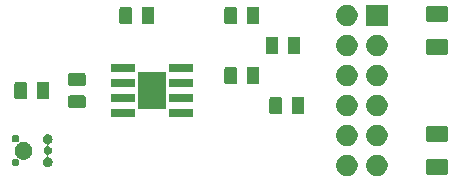
<source format=gbr>
G04 #@! TF.GenerationSoftware,KiCad,Pcbnew,(5.1.5-0-10_14)*
G04 #@! TF.CreationDate,2020-03-10T20:52:17-05:00*
G04 #@! TF.ProjectId,Sensors,53656e73-6f72-4732-9e6b-696361645f70,rev?*
G04 #@! TF.SameCoordinates,Original*
G04 #@! TF.FileFunction,Soldermask,Top*
G04 #@! TF.FilePolarity,Negative*
%FSLAX46Y46*%
G04 Gerber Fmt 4.6, Leading zero omitted, Abs format (unit mm)*
G04 Created by KiCad (PCBNEW (5.1.5-0-10_14)) date 2020-03-10 20:52:17*
%MOMM*%
%LPD*%
G04 APERTURE LIST*
%ADD10C,0.010000*%
%ADD11C,0.100000*%
G04 APERTURE END LIST*
D10*
G36*
X126244000Y-93422000D02*
G01*
X126318424Y-93418100D01*
X126392033Y-93406441D01*
X126464020Y-93387152D01*
X126533596Y-93360444D01*
X126600000Y-93326610D01*
X126662503Y-93286020D01*
X126720421Y-93239119D01*
X126773119Y-93186421D01*
X126820020Y-93128503D01*
X126860610Y-93066000D01*
X126894444Y-92999596D01*
X126921152Y-92930020D01*
X126940441Y-92858033D01*
X126952100Y-92784424D01*
X126956000Y-92710000D01*
X126952100Y-92635576D01*
X126940441Y-92561967D01*
X126921152Y-92489980D01*
X126894444Y-92420404D01*
X126860610Y-92354000D01*
X126820020Y-92291497D01*
X126773119Y-92233579D01*
X126720421Y-92180881D01*
X126662503Y-92133980D01*
X126600000Y-92093390D01*
X126533596Y-92059556D01*
X126464020Y-92032848D01*
X126392033Y-92013559D01*
X126318424Y-92001900D01*
X126244000Y-91998000D01*
X126169576Y-92001900D01*
X126095967Y-92013559D01*
X126023980Y-92032848D01*
X125954404Y-92059556D01*
X125888000Y-92093390D01*
X125825497Y-92133980D01*
X125767579Y-92180881D01*
X125714881Y-92233579D01*
X125667980Y-92291497D01*
X125627390Y-92354000D01*
X125593556Y-92420404D01*
X125566848Y-92489980D01*
X125547559Y-92561967D01*
X125535900Y-92635576D01*
X125532000Y-92710000D01*
X125535900Y-92784424D01*
X125547559Y-92858033D01*
X125566848Y-92930020D01*
X125593556Y-92999596D01*
X125627390Y-93066000D01*
X125667980Y-93128503D01*
X125714881Y-93186421D01*
X125767579Y-93239119D01*
X125825497Y-93286020D01*
X125888000Y-93326610D01*
X125954404Y-93360444D01*
X126023980Y-93387152D01*
X126095967Y-93406441D01*
X126169576Y-93418100D01*
X126244000Y-93422000D01*
X126244000Y-93015000D01*
X126275881Y-93013329D01*
X126307413Y-93008335D01*
X126338250Y-93000072D01*
X126368055Y-92988631D01*
X126396500Y-92974138D01*
X126423275Y-92956750D01*
X126448085Y-92936659D01*
X126470659Y-92914085D01*
X126490750Y-92889275D01*
X126508138Y-92862500D01*
X126522631Y-92834055D01*
X126534072Y-92804250D01*
X126542335Y-92773413D01*
X126547329Y-92741881D01*
X126549000Y-92710000D01*
X126547329Y-92678119D01*
X126542335Y-92646587D01*
X126534072Y-92615750D01*
X126522631Y-92585945D01*
X126508138Y-92557500D01*
X126490750Y-92530725D01*
X126470659Y-92505915D01*
X126448085Y-92483341D01*
X126423275Y-92463250D01*
X126396500Y-92445862D01*
X126368055Y-92431369D01*
X126338250Y-92419928D01*
X126307413Y-92411665D01*
X126275881Y-92406671D01*
X126244000Y-92405000D01*
X126275881Y-92406671D01*
X126307413Y-92411665D01*
X126338250Y-92419928D01*
X126368055Y-92431369D01*
X126396500Y-92445862D01*
X126423275Y-92463250D01*
X126448085Y-92483341D01*
X126470659Y-92505915D01*
X126490750Y-92530725D01*
X126508138Y-92557500D01*
X126522631Y-92585945D01*
X126534072Y-92615750D01*
X126542335Y-92646587D01*
X126547329Y-92678119D01*
X126549000Y-92710000D01*
X126547329Y-92741881D01*
X126542335Y-92773413D01*
X126534072Y-92804250D01*
X126522631Y-92834055D01*
X126508138Y-92862500D01*
X126490750Y-92889275D01*
X126470659Y-92914085D01*
X126448085Y-92936659D01*
X126423275Y-92956750D01*
X126396500Y-92974138D01*
X126368055Y-92988631D01*
X126338250Y-93000072D01*
X126307413Y-93008335D01*
X126275881Y-93013329D01*
X126244000Y-93015000D01*
X126244000Y-93422000D01*
G37*
X126244000Y-93422000D02*
X126318424Y-93418100D01*
X126392033Y-93406441D01*
X126464020Y-93387152D01*
X126533596Y-93360444D01*
X126600000Y-93326610D01*
X126662503Y-93286020D01*
X126720421Y-93239119D01*
X126773119Y-93186421D01*
X126820020Y-93128503D01*
X126860610Y-93066000D01*
X126894444Y-92999596D01*
X126921152Y-92930020D01*
X126940441Y-92858033D01*
X126952100Y-92784424D01*
X126956000Y-92710000D01*
X126952100Y-92635576D01*
X126940441Y-92561967D01*
X126921152Y-92489980D01*
X126894444Y-92420404D01*
X126860610Y-92354000D01*
X126820020Y-92291497D01*
X126773119Y-92233579D01*
X126720421Y-92180881D01*
X126662503Y-92133980D01*
X126600000Y-92093390D01*
X126533596Y-92059556D01*
X126464020Y-92032848D01*
X126392033Y-92013559D01*
X126318424Y-92001900D01*
X126244000Y-91998000D01*
X126169576Y-92001900D01*
X126095967Y-92013559D01*
X126023980Y-92032848D01*
X125954404Y-92059556D01*
X125888000Y-92093390D01*
X125825497Y-92133980D01*
X125767579Y-92180881D01*
X125714881Y-92233579D01*
X125667980Y-92291497D01*
X125627390Y-92354000D01*
X125593556Y-92420404D01*
X125566848Y-92489980D01*
X125547559Y-92561967D01*
X125535900Y-92635576D01*
X125532000Y-92710000D01*
X125535900Y-92784424D01*
X125547559Y-92858033D01*
X125566848Y-92930020D01*
X125593556Y-92999596D01*
X125627390Y-93066000D01*
X125667980Y-93128503D01*
X125714881Y-93186421D01*
X125767579Y-93239119D01*
X125825497Y-93286020D01*
X125888000Y-93326610D01*
X125954404Y-93360444D01*
X126023980Y-93387152D01*
X126095967Y-93406441D01*
X126169576Y-93418100D01*
X126244000Y-93422000D01*
X126244000Y-93015000D01*
X126275881Y-93013329D01*
X126307413Y-93008335D01*
X126338250Y-93000072D01*
X126368055Y-92988631D01*
X126396500Y-92974138D01*
X126423275Y-92956750D01*
X126448085Y-92936659D01*
X126470659Y-92914085D01*
X126490750Y-92889275D01*
X126508138Y-92862500D01*
X126522631Y-92834055D01*
X126534072Y-92804250D01*
X126542335Y-92773413D01*
X126547329Y-92741881D01*
X126549000Y-92710000D01*
X126547329Y-92678119D01*
X126542335Y-92646587D01*
X126534072Y-92615750D01*
X126522631Y-92585945D01*
X126508138Y-92557500D01*
X126490750Y-92530725D01*
X126470659Y-92505915D01*
X126448085Y-92483341D01*
X126423275Y-92463250D01*
X126396500Y-92445862D01*
X126368055Y-92431369D01*
X126338250Y-92419928D01*
X126307413Y-92411665D01*
X126275881Y-92406671D01*
X126244000Y-92405000D01*
X126275881Y-92406671D01*
X126307413Y-92411665D01*
X126338250Y-92419928D01*
X126368055Y-92431369D01*
X126396500Y-92445862D01*
X126423275Y-92463250D01*
X126448085Y-92483341D01*
X126470659Y-92505915D01*
X126490750Y-92530725D01*
X126508138Y-92557500D01*
X126522631Y-92585945D01*
X126534072Y-92615750D01*
X126542335Y-92646587D01*
X126547329Y-92678119D01*
X126549000Y-92710000D01*
X126547329Y-92741881D01*
X126542335Y-92773413D01*
X126534072Y-92804250D01*
X126522631Y-92834055D01*
X126508138Y-92862500D01*
X126490750Y-92889275D01*
X126470659Y-92914085D01*
X126448085Y-92936659D01*
X126423275Y-92956750D01*
X126396500Y-92974138D01*
X126368055Y-92988631D01*
X126338250Y-93000072D01*
X126307413Y-93008335D01*
X126275881Y-93013329D01*
X126244000Y-93015000D01*
X126244000Y-93422000D01*
D11*
G36*
X156323512Y-93083927D02*
G01*
X156472812Y-93113624D01*
X156636784Y-93181544D01*
X156784354Y-93280147D01*
X156909853Y-93405646D01*
X157008456Y-93553216D01*
X157076376Y-93717188D01*
X157111000Y-93891259D01*
X157111000Y-94068741D01*
X157076376Y-94242812D01*
X157008456Y-94406784D01*
X156909853Y-94554354D01*
X156784354Y-94679853D01*
X156636784Y-94778456D01*
X156472812Y-94846376D01*
X156323512Y-94876073D01*
X156298742Y-94881000D01*
X156121258Y-94881000D01*
X156096488Y-94876073D01*
X155947188Y-94846376D01*
X155783216Y-94778456D01*
X155635646Y-94679853D01*
X155510147Y-94554354D01*
X155411544Y-94406784D01*
X155343624Y-94242812D01*
X155309000Y-94068741D01*
X155309000Y-93891259D01*
X155343624Y-93717188D01*
X155411544Y-93553216D01*
X155510147Y-93405646D01*
X155635646Y-93280147D01*
X155783216Y-93181544D01*
X155947188Y-93113624D01*
X156096488Y-93083927D01*
X156121258Y-93079000D01*
X156298742Y-93079000D01*
X156323512Y-93083927D01*
G37*
G36*
X153783512Y-93083927D02*
G01*
X153932812Y-93113624D01*
X154096784Y-93181544D01*
X154244354Y-93280147D01*
X154369853Y-93405646D01*
X154468456Y-93553216D01*
X154536376Y-93717188D01*
X154571000Y-93891259D01*
X154571000Y-94068741D01*
X154536376Y-94242812D01*
X154468456Y-94406784D01*
X154369853Y-94554354D01*
X154244354Y-94679853D01*
X154096784Y-94778456D01*
X153932812Y-94846376D01*
X153783512Y-94876073D01*
X153758742Y-94881000D01*
X153581258Y-94881000D01*
X153556488Y-94876073D01*
X153407188Y-94846376D01*
X153243216Y-94778456D01*
X153095646Y-94679853D01*
X152970147Y-94554354D01*
X152871544Y-94406784D01*
X152803624Y-94242812D01*
X152769000Y-94068741D01*
X152769000Y-93891259D01*
X152803624Y-93717188D01*
X152871544Y-93553216D01*
X152970147Y-93405646D01*
X153095646Y-93280147D01*
X153243216Y-93181544D01*
X153407188Y-93113624D01*
X153556488Y-93083927D01*
X153581258Y-93079000D01*
X153758742Y-93079000D01*
X153783512Y-93083927D01*
G37*
G36*
X162058604Y-93438347D02*
G01*
X162095144Y-93449432D01*
X162128821Y-93467433D01*
X162158341Y-93491659D01*
X162182567Y-93521179D01*
X162200568Y-93554856D01*
X162211653Y-93591396D01*
X162216000Y-93635538D01*
X162216000Y-94584462D01*
X162211653Y-94628604D01*
X162200568Y-94665144D01*
X162182567Y-94698821D01*
X162158341Y-94728341D01*
X162128821Y-94752567D01*
X162095144Y-94770568D01*
X162058604Y-94781653D01*
X162014462Y-94786000D01*
X160565538Y-94786000D01*
X160521396Y-94781653D01*
X160484856Y-94770568D01*
X160451179Y-94752567D01*
X160421659Y-94728341D01*
X160397433Y-94698821D01*
X160379432Y-94665144D01*
X160368347Y-94628604D01*
X160364000Y-94584462D01*
X160364000Y-93635538D01*
X160368347Y-93591396D01*
X160379432Y-93554856D01*
X160397433Y-93521179D01*
X160421659Y-93491659D01*
X160451179Y-93467433D01*
X160484856Y-93449432D01*
X160521396Y-93438347D01*
X160565538Y-93434000D01*
X162014462Y-93434000D01*
X162058604Y-93438347D01*
G37*
G36*
X128467324Y-91347352D02*
G01*
X128542389Y-91378445D01*
X128609953Y-91423590D01*
X128667410Y-91481047D01*
X128712555Y-91548611D01*
X128743648Y-91623676D01*
X128759500Y-91703371D01*
X128759500Y-91784629D01*
X128743648Y-91864324D01*
X128712555Y-91939389D01*
X128667410Y-92006953D01*
X128609953Y-92064410D01*
X128542389Y-92109555D01*
X128483005Y-92134152D01*
X128469244Y-92139852D01*
X128465139Y-92141552D01*
X128443528Y-92153103D01*
X128424586Y-92168648D01*
X128409041Y-92187589D01*
X128397489Y-92209200D01*
X128390376Y-92232649D01*
X128387974Y-92257035D01*
X128390376Y-92281421D01*
X128397489Y-92304870D01*
X128409040Y-92326481D01*
X128424585Y-92345423D01*
X128443526Y-92360968D01*
X128465137Y-92372520D01*
X128516103Y-92393631D01*
X128574574Y-92432700D01*
X128624300Y-92482426D01*
X128663279Y-92540763D01*
X128663370Y-92540899D01*
X128690281Y-92605868D01*
X128704000Y-92674837D01*
X128704000Y-92745163D01*
X128690281Y-92814132D01*
X128668810Y-92865968D01*
X128663369Y-92879103D01*
X128624300Y-92937574D01*
X128574574Y-92987300D01*
X128516103Y-93026369D01*
X128465137Y-93047480D01*
X128443527Y-93059031D01*
X128424585Y-93074577D01*
X128409040Y-93093519D01*
X128397489Y-93115129D01*
X128390376Y-93138578D01*
X128387974Y-93162965D01*
X128390376Y-93187351D01*
X128397489Y-93210800D01*
X128409040Y-93232410D01*
X128424586Y-93251352D01*
X128443528Y-93266897D01*
X128465139Y-93278448D01*
X128467321Y-93279352D01*
X128467322Y-93279352D01*
X128483005Y-93285848D01*
X128542389Y-93310445D01*
X128609953Y-93355590D01*
X128667410Y-93413047D01*
X128712555Y-93480611D01*
X128743648Y-93555676D01*
X128759500Y-93635371D01*
X128759500Y-93716629D01*
X128743648Y-93796324D01*
X128712555Y-93871389D01*
X128667410Y-93938953D01*
X128609953Y-93996410D01*
X128542389Y-94041555D01*
X128467324Y-94072648D01*
X128387629Y-94088500D01*
X128306371Y-94088500D01*
X128226676Y-94072648D01*
X128151611Y-94041555D01*
X128084047Y-93996410D01*
X128026590Y-93938953D01*
X127981445Y-93871389D01*
X127950352Y-93796324D01*
X127934500Y-93716629D01*
X127934500Y-93635371D01*
X127950352Y-93555676D01*
X127981445Y-93480611D01*
X128026590Y-93413047D01*
X128084047Y-93355590D01*
X128151611Y-93310445D01*
X128210995Y-93285848D01*
X128226678Y-93279352D01*
X128226679Y-93279352D01*
X128228861Y-93278448D01*
X128250472Y-93266897D01*
X128269414Y-93251352D01*
X128284959Y-93232411D01*
X128296511Y-93210800D01*
X128303624Y-93187351D01*
X128306026Y-93162965D01*
X128303624Y-93138579D01*
X128296511Y-93115130D01*
X128284960Y-93093519D01*
X128269415Y-93074577D01*
X128250474Y-93059032D01*
X128228863Y-93047480D01*
X128177897Y-93026369D01*
X128119426Y-92987300D01*
X128069700Y-92937574D01*
X128030631Y-92879103D01*
X128025190Y-92865968D01*
X128003719Y-92814132D01*
X127990000Y-92745163D01*
X127990000Y-92674837D01*
X128003719Y-92605868D01*
X128030630Y-92540899D01*
X128030721Y-92540763D01*
X128069700Y-92482426D01*
X128119426Y-92432700D01*
X128177897Y-92393631D01*
X128228863Y-92372520D01*
X128250473Y-92360969D01*
X128269415Y-92345423D01*
X128284960Y-92326481D01*
X128296511Y-92304871D01*
X128303624Y-92281422D01*
X128306026Y-92257035D01*
X128303624Y-92232649D01*
X128296511Y-92209200D01*
X128284960Y-92187590D01*
X128269414Y-92168648D01*
X128250472Y-92153103D01*
X128228861Y-92141552D01*
X128224757Y-92139852D01*
X128210995Y-92134152D01*
X128151611Y-92109555D01*
X128084047Y-92064410D01*
X128026590Y-92006953D01*
X127981445Y-91939389D01*
X127950352Y-91864324D01*
X127934500Y-91784629D01*
X127934500Y-91703371D01*
X127950352Y-91623676D01*
X127981445Y-91548611D01*
X128026590Y-91481047D01*
X128084047Y-91423590D01*
X128151611Y-91378445D01*
X128226676Y-91347352D01*
X128306371Y-91331500D01*
X128387629Y-91331500D01*
X128467324Y-91347352D01*
G37*
G36*
X125706838Y-93405758D02*
G01*
X125706840Y-93405759D01*
X125706841Y-93405759D01*
X125767261Y-93430786D01*
X125821637Y-93467119D01*
X125867881Y-93513363D01*
X125904214Y-93567739D01*
X125929242Y-93628162D01*
X125942000Y-93692300D01*
X125942000Y-93757700D01*
X125934318Y-93796322D01*
X125929241Y-93821841D01*
X125904214Y-93882261D01*
X125867881Y-93936637D01*
X125821637Y-93982881D01*
X125767261Y-94019214D01*
X125706841Y-94044241D01*
X125706840Y-94044241D01*
X125706838Y-94044242D01*
X125642700Y-94057000D01*
X125577300Y-94057000D01*
X125513162Y-94044242D01*
X125513160Y-94044241D01*
X125513159Y-94044241D01*
X125452739Y-94019214D01*
X125398363Y-93982881D01*
X125352119Y-93936637D01*
X125315786Y-93882261D01*
X125290759Y-93821841D01*
X125285683Y-93796322D01*
X125278000Y-93757700D01*
X125278000Y-93692300D01*
X125290758Y-93628162D01*
X125315786Y-93567739D01*
X125352119Y-93513363D01*
X125398363Y-93467119D01*
X125452739Y-93430786D01*
X125513159Y-93405759D01*
X125513160Y-93405759D01*
X125513162Y-93405758D01*
X125577300Y-93393000D01*
X125642700Y-93393000D01*
X125706838Y-93405758D01*
G37*
G36*
X126295337Y-92540763D02*
G01*
X126327367Y-92554030D01*
X126356194Y-92573292D01*
X126380708Y-92597806D01*
X126399970Y-92626633D01*
X126413237Y-92658663D01*
X126420000Y-92692665D01*
X126420000Y-92727335D01*
X126413237Y-92761337D01*
X126399970Y-92793367D01*
X126380708Y-92822194D01*
X126356194Y-92846708D01*
X126327367Y-92865970D01*
X126295337Y-92879237D01*
X126261335Y-92886000D01*
X126226665Y-92886000D01*
X126192663Y-92879237D01*
X126160633Y-92865970D01*
X126131806Y-92846708D01*
X126107292Y-92822194D01*
X126088030Y-92793367D01*
X126074763Y-92761337D01*
X126068000Y-92727335D01*
X126068000Y-92692665D01*
X126074763Y-92658663D01*
X126088030Y-92626633D01*
X126107292Y-92597806D01*
X126131806Y-92573292D01*
X126160633Y-92554030D01*
X126192663Y-92540763D01*
X126226665Y-92534000D01*
X126261335Y-92534000D01*
X126295337Y-92540763D01*
G37*
G36*
X156323512Y-90543927D02*
G01*
X156472812Y-90573624D01*
X156636784Y-90641544D01*
X156784354Y-90740147D01*
X156909853Y-90865646D01*
X157008456Y-91013216D01*
X157076376Y-91177188D01*
X157111000Y-91351259D01*
X157111000Y-91528741D01*
X157076376Y-91702812D01*
X157008456Y-91866784D01*
X156909853Y-92014354D01*
X156784354Y-92139853D01*
X156636784Y-92238456D01*
X156472812Y-92306376D01*
X156323512Y-92336073D01*
X156298742Y-92341000D01*
X156121258Y-92341000D01*
X156096488Y-92336073D01*
X155947188Y-92306376D01*
X155783216Y-92238456D01*
X155635646Y-92139853D01*
X155510147Y-92014354D01*
X155411544Y-91866784D01*
X155343624Y-91702812D01*
X155309000Y-91528741D01*
X155309000Y-91351259D01*
X155343624Y-91177188D01*
X155411544Y-91013216D01*
X155510147Y-90865646D01*
X155635646Y-90740147D01*
X155783216Y-90641544D01*
X155947188Y-90573624D01*
X156096488Y-90543927D01*
X156121258Y-90539000D01*
X156298742Y-90539000D01*
X156323512Y-90543927D01*
G37*
G36*
X153783512Y-90543927D02*
G01*
X153932812Y-90573624D01*
X154096784Y-90641544D01*
X154244354Y-90740147D01*
X154369853Y-90865646D01*
X154468456Y-91013216D01*
X154536376Y-91177188D01*
X154571000Y-91351259D01*
X154571000Y-91528741D01*
X154536376Y-91702812D01*
X154468456Y-91866784D01*
X154369853Y-92014354D01*
X154244354Y-92139853D01*
X154096784Y-92238456D01*
X153932812Y-92306376D01*
X153783512Y-92336073D01*
X153758742Y-92341000D01*
X153581258Y-92341000D01*
X153556488Y-92336073D01*
X153407188Y-92306376D01*
X153243216Y-92238456D01*
X153095646Y-92139853D01*
X152970147Y-92014354D01*
X152871544Y-91866784D01*
X152803624Y-91702812D01*
X152769000Y-91528741D01*
X152769000Y-91351259D01*
X152803624Y-91177188D01*
X152871544Y-91013216D01*
X152970147Y-90865646D01*
X153095646Y-90740147D01*
X153243216Y-90641544D01*
X153407188Y-90573624D01*
X153556488Y-90543927D01*
X153581258Y-90539000D01*
X153758742Y-90539000D01*
X153783512Y-90543927D01*
G37*
G36*
X125706838Y-91375758D02*
G01*
X125706840Y-91375759D01*
X125706841Y-91375759D01*
X125713330Y-91378447D01*
X125767261Y-91400786D01*
X125821637Y-91437119D01*
X125867881Y-91483363D01*
X125904214Y-91537739D01*
X125929242Y-91598162D01*
X125942000Y-91662300D01*
X125942000Y-91727700D01*
X125933914Y-91768352D01*
X125929241Y-91791841D01*
X125904214Y-91852261D01*
X125867881Y-91906637D01*
X125821637Y-91952881D01*
X125767261Y-91989214D01*
X125706841Y-92014241D01*
X125706840Y-92014241D01*
X125706838Y-92014242D01*
X125642700Y-92027000D01*
X125577300Y-92027000D01*
X125513162Y-92014242D01*
X125513160Y-92014241D01*
X125513159Y-92014241D01*
X125452739Y-91989214D01*
X125398363Y-91952881D01*
X125352119Y-91906637D01*
X125315786Y-91852261D01*
X125290759Y-91791841D01*
X125286087Y-91768352D01*
X125278000Y-91727700D01*
X125278000Y-91662300D01*
X125290758Y-91598162D01*
X125315786Y-91537739D01*
X125352119Y-91483363D01*
X125398363Y-91437119D01*
X125452739Y-91400786D01*
X125506670Y-91378447D01*
X125513159Y-91375759D01*
X125513160Y-91375759D01*
X125513162Y-91375758D01*
X125577300Y-91363000D01*
X125642700Y-91363000D01*
X125706838Y-91375758D01*
G37*
G36*
X162058604Y-90638347D02*
G01*
X162095144Y-90649432D01*
X162128821Y-90667433D01*
X162158341Y-90691659D01*
X162182567Y-90721179D01*
X162200568Y-90754856D01*
X162211653Y-90791396D01*
X162216000Y-90835538D01*
X162216000Y-91784462D01*
X162211653Y-91828604D01*
X162200568Y-91865144D01*
X162182567Y-91898821D01*
X162158341Y-91928341D01*
X162128821Y-91952567D01*
X162095144Y-91970568D01*
X162058604Y-91981653D01*
X162014462Y-91986000D01*
X160565538Y-91986000D01*
X160521396Y-91981653D01*
X160484856Y-91970568D01*
X160451179Y-91952567D01*
X160421659Y-91928341D01*
X160397433Y-91898821D01*
X160379432Y-91865144D01*
X160368347Y-91828604D01*
X160364000Y-91784462D01*
X160364000Y-90835538D01*
X160368347Y-90791396D01*
X160379432Y-90754856D01*
X160397433Y-90721179D01*
X160421659Y-90691659D01*
X160451179Y-90667433D01*
X160484856Y-90649432D01*
X160521396Y-90638347D01*
X160565538Y-90634000D01*
X162014462Y-90634000D01*
X162058604Y-90638347D01*
G37*
G36*
X135619928Y-89186764D02*
G01*
X135641009Y-89193160D01*
X135660445Y-89203548D01*
X135677476Y-89217524D01*
X135691452Y-89234555D01*
X135701840Y-89253991D01*
X135708236Y-89275072D01*
X135711000Y-89303140D01*
X135711000Y-89766860D01*
X135708236Y-89794928D01*
X135701840Y-89816009D01*
X135691452Y-89835445D01*
X135677476Y-89852476D01*
X135660445Y-89866452D01*
X135641009Y-89876840D01*
X135619928Y-89883236D01*
X135591860Y-89886000D01*
X133778140Y-89886000D01*
X133750072Y-89883236D01*
X133728991Y-89876840D01*
X133709555Y-89866452D01*
X133692524Y-89852476D01*
X133678548Y-89835445D01*
X133668160Y-89816009D01*
X133661764Y-89794928D01*
X133659000Y-89766860D01*
X133659000Y-89303140D01*
X133661764Y-89275072D01*
X133668160Y-89253991D01*
X133678548Y-89234555D01*
X133692524Y-89217524D01*
X133709555Y-89203548D01*
X133728991Y-89193160D01*
X133750072Y-89186764D01*
X133778140Y-89184000D01*
X135591860Y-89184000D01*
X135619928Y-89186764D01*
G37*
G36*
X140569928Y-89186764D02*
G01*
X140591009Y-89193160D01*
X140610445Y-89203548D01*
X140627476Y-89217524D01*
X140641452Y-89234555D01*
X140651840Y-89253991D01*
X140658236Y-89275072D01*
X140661000Y-89303140D01*
X140661000Y-89766860D01*
X140658236Y-89794928D01*
X140651840Y-89816009D01*
X140641452Y-89835445D01*
X140627476Y-89852476D01*
X140610445Y-89866452D01*
X140591009Y-89876840D01*
X140569928Y-89883236D01*
X140541860Y-89886000D01*
X138728140Y-89886000D01*
X138700072Y-89883236D01*
X138678991Y-89876840D01*
X138659555Y-89866452D01*
X138642524Y-89852476D01*
X138628548Y-89835445D01*
X138618160Y-89816009D01*
X138611764Y-89794928D01*
X138609000Y-89766860D01*
X138609000Y-89303140D01*
X138611764Y-89275072D01*
X138618160Y-89253991D01*
X138628548Y-89234555D01*
X138642524Y-89217524D01*
X138659555Y-89203548D01*
X138678991Y-89193160D01*
X138700072Y-89186764D01*
X138728140Y-89184000D01*
X140541860Y-89184000D01*
X140569928Y-89186764D01*
G37*
G36*
X156323512Y-88003927D02*
G01*
X156472812Y-88033624D01*
X156636784Y-88101544D01*
X156784354Y-88200147D01*
X156909853Y-88325646D01*
X157008456Y-88473216D01*
X157076376Y-88637188D01*
X157111000Y-88811259D01*
X157111000Y-88988741D01*
X157076376Y-89162812D01*
X157008456Y-89326784D01*
X156909853Y-89474354D01*
X156784354Y-89599853D01*
X156636784Y-89698456D01*
X156472812Y-89766376D01*
X156329268Y-89794928D01*
X156298742Y-89801000D01*
X156121258Y-89801000D01*
X156090732Y-89794928D01*
X155947188Y-89766376D01*
X155783216Y-89698456D01*
X155635646Y-89599853D01*
X155510147Y-89474354D01*
X155411544Y-89326784D01*
X155343624Y-89162812D01*
X155309000Y-88988741D01*
X155309000Y-88811259D01*
X155343624Y-88637188D01*
X155411544Y-88473216D01*
X155510147Y-88325646D01*
X155635646Y-88200147D01*
X155783216Y-88101544D01*
X155947188Y-88033624D01*
X156096488Y-88003927D01*
X156121258Y-87999000D01*
X156298742Y-87999000D01*
X156323512Y-88003927D01*
G37*
G36*
X153783512Y-88003927D02*
G01*
X153932812Y-88033624D01*
X154096784Y-88101544D01*
X154244354Y-88200147D01*
X154369853Y-88325646D01*
X154468456Y-88473216D01*
X154536376Y-88637188D01*
X154571000Y-88811259D01*
X154571000Y-88988741D01*
X154536376Y-89162812D01*
X154468456Y-89326784D01*
X154369853Y-89474354D01*
X154244354Y-89599853D01*
X154096784Y-89698456D01*
X153932812Y-89766376D01*
X153789268Y-89794928D01*
X153758742Y-89801000D01*
X153581258Y-89801000D01*
X153550732Y-89794928D01*
X153407188Y-89766376D01*
X153243216Y-89698456D01*
X153095646Y-89599853D01*
X152970147Y-89474354D01*
X152871544Y-89326784D01*
X152803624Y-89162812D01*
X152769000Y-88988741D01*
X152769000Y-88811259D01*
X152803624Y-88637188D01*
X152871544Y-88473216D01*
X152970147Y-88325646D01*
X153095646Y-88200147D01*
X153243216Y-88101544D01*
X153407188Y-88033624D01*
X153556488Y-88003927D01*
X153581258Y-87999000D01*
X153758742Y-87999000D01*
X153783512Y-88003927D01*
G37*
G36*
X148024468Y-88153565D02*
G01*
X148063138Y-88165296D01*
X148098777Y-88184346D01*
X148130017Y-88209983D01*
X148155654Y-88241223D01*
X148174704Y-88276862D01*
X148186435Y-88315532D01*
X148191000Y-88361888D01*
X148191000Y-89438112D01*
X148186435Y-89484468D01*
X148174704Y-89523138D01*
X148155654Y-89558777D01*
X148130017Y-89590017D01*
X148098777Y-89615654D01*
X148063138Y-89634704D01*
X148024468Y-89646435D01*
X147978112Y-89651000D01*
X147326888Y-89651000D01*
X147280532Y-89646435D01*
X147241862Y-89634704D01*
X147206223Y-89615654D01*
X147174983Y-89590017D01*
X147149346Y-89558777D01*
X147130296Y-89523138D01*
X147118565Y-89484468D01*
X147114000Y-89438112D01*
X147114000Y-88361888D01*
X147118565Y-88315532D01*
X147130296Y-88276862D01*
X147149346Y-88241223D01*
X147174983Y-88209983D01*
X147206223Y-88184346D01*
X147241862Y-88165296D01*
X147280532Y-88153565D01*
X147326888Y-88149000D01*
X147978112Y-88149000D01*
X148024468Y-88153565D01*
G37*
G36*
X149899468Y-88153565D02*
G01*
X149938138Y-88165296D01*
X149973777Y-88184346D01*
X150005017Y-88209983D01*
X150030654Y-88241223D01*
X150049704Y-88276862D01*
X150061435Y-88315532D01*
X150066000Y-88361888D01*
X150066000Y-89438112D01*
X150061435Y-89484468D01*
X150049704Y-89523138D01*
X150030654Y-89558777D01*
X150005017Y-89590017D01*
X149973777Y-89615654D01*
X149938138Y-89634704D01*
X149899468Y-89646435D01*
X149853112Y-89651000D01*
X149201888Y-89651000D01*
X149155532Y-89646435D01*
X149116862Y-89634704D01*
X149081223Y-89615654D01*
X149049983Y-89590017D01*
X149024346Y-89558777D01*
X149005296Y-89523138D01*
X148993565Y-89484468D01*
X148989000Y-89438112D01*
X148989000Y-88361888D01*
X148993565Y-88315532D01*
X149005296Y-88276862D01*
X149024346Y-88241223D01*
X149049983Y-88209983D01*
X149081223Y-88184346D01*
X149116862Y-88165296D01*
X149155532Y-88153565D01*
X149201888Y-88149000D01*
X149853112Y-88149000D01*
X149899468Y-88153565D01*
G37*
G36*
X138356000Y-89181000D02*
G01*
X135964000Y-89181000D01*
X135964000Y-86079000D01*
X138356000Y-86079000D01*
X138356000Y-89181000D01*
G37*
G36*
X131394468Y-88033565D02*
G01*
X131433138Y-88045296D01*
X131468777Y-88064346D01*
X131500017Y-88089983D01*
X131525654Y-88121223D01*
X131544704Y-88156862D01*
X131556435Y-88195532D01*
X131561000Y-88241888D01*
X131561000Y-88893112D01*
X131556435Y-88939468D01*
X131544704Y-88978138D01*
X131525654Y-89013777D01*
X131500017Y-89045017D01*
X131468777Y-89070654D01*
X131433138Y-89089704D01*
X131394468Y-89101435D01*
X131348112Y-89106000D01*
X130271888Y-89106000D01*
X130225532Y-89101435D01*
X130186862Y-89089704D01*
X130151223Y-89070654D01*
X130119983Y-89045017D01*
X130094346Y-89013777D01*
X130075296Y-88978138D01*
X130063565Y-88939468D01*
X130059000Y-88893112D01*
X130059000Y-88241888D01*
X130063565Y-88195532D01*
X130075296Y-88156862D01*
X130094346Y-88121223D01*
X130119983Y-88089983D01*
X130151223Y-88064346D01*
X130186862Y-88045296D01*
X130225532Y-88033565D01*
X130271888Y-88029000D01*
X131348112Y-88029000D01*
X131394468Y-88033565D01*
G37*
G36*
X135619928Y-87916764D02*
G01*
X135641009Y-87923160D01*
X135660445Y-87933548D01*
X135677476Y-87947524D01*
X135691452Y-87964555D01*
X135701840Y-87983991D01*
X135708236Y-88005072D01*
X135711000Y-88033140D01*
X135711000Y-88496860D01*
X135708236Y-88524928D01*
X135701840Y-88546009D01*
X135691452Y-88565445D01*
X135677476Y-88582476D01*
X135660445Y-88596452D01*
X135641009Y-88606840D01*
X135619928Y-88613236D01*
X135591860Y-88616000D01*
X133778140Y-88616000D01*
X133750072Y-88613236D01*
X133728991Y-88606840D01*
X133709555Y-88596452D01*
X133692524Y-88582476D01*
X133678548Y-88565445D01*
X133668160Y-88546009D01*
X133661764Y-88524928D01*
X133659000Y-88496860D01*
X133659000Y-88033140D01*
X133661764Y-88005072D01*
X133668160Y-87983991D01*
X133678548Y-87964555D01*
X133692524Y-87947524D01*
X133709555Y-87933548D01*
X133728991Y-87923160D01*
X133750072Y-87916764D01*
X133778140Y-87914000D01*
X135591860Y-87914000D01*
X135619928Y-87916764D01*
G37*
G36*
X140569928Y-87916764D02*
G01*
X140591009Y-87923160D01*
X140610445Y-87933548D01*
X140627476Y-87947524D01*
X140641452Y-87964555D01*
X140651840Y-87983991D01*
X140658236Y-88005072D01*
X140661000Y-88033140D01*
X140661000Y-88496860D01*
X140658236Y-88524928D01*
X140651840Y-88546009D01*
X140641452Y-88565445D01*
X140627476Y-88582476D01*
X140610445Y-88596452D01*
X140591009Y-88606840D01*
X140569928Y-88613236D01*
X140541860Y-88616000D01*
X138728140Y-88616000D01*
X138700072Y-88613236D01*
X138678991Y-88606840D01*
X138659555Y-88596452D01*
X138642524Y-88582476D01*
X138628548Y-88565445D01*
X138618160Y-88546009D01*
X138611764Y-88524928D01*
X138609000Y-88496860D01*
X138609000Y-88033140D01*
X138611764Y-88005072D01*
X138618160Y-87983991D01*
X138628548Y-87964555D01*
X138642524Y-87947524D01*
X138659555Y-87933548D01*
X138678991Y-87923160D01*
X138700072Y-87916764D01*
X138728140Y-87914000D01*
X140541860Y-87914000D01*
X140569928Y-87916764D01*
G37*
G36*
X128309468Y-86883565D02*
G01*
X128348138Y-86895296D01*
X128383777Y-86914346D01*
X128415017Y-86939983D01*
X128440654Y-86971223D01*
X128459704Y-87006862D01*
X128471435Y-87045532D01*
X128476000Y-87091888D01*
X128476000Y-88168112D01*
X128471435Y-88214468D01*
X128459704Y-88253138D01*
X128440654Y-88288777D01*
X128415017Y-88320017D01*
X128383777Y-88345654D01*
X128348138Y-88364704D01*
X128309468Y-88376435D01*
X128263112Y-88381000D01*
X127611888Y-88381000D01*
X127565532Y-88376435D01*
X127526862Y-88364704D01*
X127491223Y-88345654D01*
X127459983Y-88320017D01*
X127434346Y-88288777D01*
X127415296Y-88253138D01*
X127403565Y-88214468D01*
X127399000Y-88168112D01*
X127399000Y-87091888D01*
X127403565Y-87045532D01*
X127415296Y-87006862D01*
X127434346Y-86971223D01*
X127459983Y-86939983D01*
X127491223Y-86914346D01*
X127526862Y-86895296D01*
X127565532Y-86883565D01*
X127611888Y-86879000D01*
X128263112Y-86879000D01*
X128309468Y-86883565D01*
G37*
G36*
X126434468Y-86883565D02*
G01*
X126473138Y-86895296D01*
X126508777Y-86914346D01*
X126540017Y-86939983D01*
X126565654Y-86971223D01*
X126584704Y-87006862D01*
X126596435Y-87045532D01*
X126601000Y-87091888D01*
X126601000Y-88168112D01*
X126596435Y-88214468D01*
X126584704Y-88253138D01*
X126565654Y-88288777D01*
X126540017Y-88320017D01*
X126508777Y-88345654D01*
X126473138Y-88364704D01*
X126434468Y-88376435D01*
X126388112Y-88381000D01*
X125736888Y-88381000D01*
X125690532Y-88376435D01*
X125651862Y-88364704D01*
X125616223Y-88345654D01*
X125584983Y-88320017D01*
X125559346Y-88288777D01*
X125540296Y-88253138D01*
X125528565Y-88214468D01*
X125524000Y-88168112D01*
X125524000Y-87091888D01*
X125528565Y-87045532D01*
X125540296Y-87006862D01*
X125559346Y-86971223D01*
X125584983Y-86939983D01*
X125616223Y-86914346D01*
X125651862Y-86895296D01*
X125690532Y-86883565D01*
X125736888Y-86879000D01*
X126388112Y-86879000D01*
X126434468Y-86883565D01*
G37*
G36*
X140569928Y-86646764D02*
G01*
X140591009Y-86653160D01*
X140610445Y-86663548D01*
X140627476Y-86677524D01*
X140641452Y-86694555D01*
X140651840Y-86713991D01*
X140658236Y-86735072D01*
X140661000Y-86763140D01*
X140661000Y-87226860D01*
X140658236Y-87254928D01*
X140651840Y-87276009D01*
X140641452Y-87295445D01*
X140627476Y-87312476D01*
X140610445Y-87326452D01*
X140591009Y-87336840D01*
X140569928Y-87343236D01*
X140541860Y-87346000D01*
X138728140Y-87346000D01*
X138700072Y-87343236D01*
X138678991Y-87336840D01*
X138659555Y-87326452D01*
X138642524Y-87312476D01*
X138628548Y-87295445D01*
X138618160Y-87276009D01*
X138611764Y-87254928D01*
X138609000Y-87226860D01*
X138609000Y-86763140D01*
X138611764Y-86735072D01*
X138618160Y-86713991D01*
X138628548Y-86694555D01*
X138642524Y-86677524D01*
X138659555Y-86663548D01*
X138678991Y-86653160D01*
X138700072Y-86646764D01*
X138728140Y-86644000D01*
X140541860Y-86644000D01*
X140569928Y-86646764D01*
G37*
G36*
X135619928Y-86646764D02*
G01*
X135641009Y-86653160D01*
X135660445Y-86663548D01*
X135677476Y-86677524D01*
X135691452Y-86694555D01*
X135701840Y-86713991D01*
X135708236Y-86735072D01*
X135711000Y-86763140D01*
X135711000Y-87226860D01*
X135708236Y-87254928D01*
X135701840Y-87276009D01*
X135691452Y-87295445D01*
X135677476Y-87312476D01*
X135660445Y-87326452D01*
X135641009Y-87336840D01*
X135619928Y-87343236D01*
X135591860Y-87346000D01*
X133778140Y-87346000D01*
X133750072Y-87343236D01*
X133728991Y-87336840D01*
X133709555Y-87326452D01*
X133692524Y-87312476D01*
X133678548Y-87295445D01*
X133668160Y-87276009D01*
X133661764Y-87254928D01*
X133659000Y-87226860D01*
X133659000Y-86763140D01*
X133661764Y-86735072D01*
X133668160Y-86713991D01*
X133678548Y-86694555D01*
X133692524Y-86677524D01*
X133709555Y-86663548D01*
X133728991Y-86653160D01*
X133750072Y-86646764D01*
X133778140Y-86644000D01*
X135591860Y-86644000D01*
X135619928Y-86646764D01*
G37*
G36*
X156323512Y-85463927D02*
G01*
X156472812Y-85493624D01*
X156636784Y-85561544D01*
X156784354Y-85660147D01*
X156909853Y-85785646D01*
X157008456Y-85933216D01*
X157076376Y-86097188D01*
X157111000Y-86271259D01*
X157111000Y-86448741D01*
X157076376Y-86622812D01*
X157008456Y-86786784D01*
X156909853Y-86934354D01*
X156784354Y-87059853D01*
X156636784Y-87158456D01*
X156472812Y-87226376D01*
X156329268Y-87254928D01*
X156298742Y-87261000D01*
X156121258Y-87261000D01*
X156090732Y-87254928D01*
X155947188Y-87226376D01*
X155783216Y-87158456D01*
X155635646Y-87059853D01*
X155510147Y-86934354D01*
X155411544Y-86786784D01*
X155343624Y-86622812D01*
X155309000Y-86448741D01*
X155309000Y-86271259D01*
X155343624Y-86097188D01*
X155411544Y-85933216D01*
X155510147Y-85785646D01*
X155635646Y-85660147D01*
X155783216Y-85561544D01*
X155947188Y-85493624D01*
X156096488Y-85463927D01*
X156121258Y-85459000D01*
X156298742Y-85459000D01*
X156323512Y-85463927D01*
G37*
G36*
X153783512Y-85463927D02*
G01*
X153932812Y-85493624D01*
X154096784Y-85561544D01*
X154244354Y-85660147D01*
X154369853Y-85785646D01*
X154468456Y-85933216D01*
X154536376Y-86097188D01*
X154571000Y-86271259D01*
X154571000Y-86448741D01*
X154536376Y-86622812D01*
X154468456Y-86786784D01*
X154369853Y-86934354D01*
X154244354Y-87059853D01*
X154096784Y-87158456D01*
X153932812Y-87226376D01*
X153789268Y-87254928D01*
X153758742Y-87261000D01*
X153581258Y-87261000D01*
X153550732Y-87254928D01*
X153407188Y-87226376D01*
X153243216Y-87158456D01*
X153095646Y-87059853D01*
X152970147Y-86934354D01*
X152871544Y-86786784D01*
X152803624Y-86622812D01*
X152769000Y-86448741D01*
X152769000Y-86271259D01*
X152803624Y-86097188D01*
X152871544Y-85933216D01*
X152970147Y-85785646D01*
X153095646Y-85660147D01*
X153243216Y-85561544D01*
X153407188Y-85493624D01*
X153556488Y-85463927D01*
X153581258Y-85459000D01*
X153758742Y-85459000D01*
X153783512Y-85463927D01*
G37*
G36*
X131394468Y-86158565D02*
G01*
X131433138Y-86170296D01*
X131468777Y-86189346D01*
X131500017Y-86214983D01*
X131525654Y-86246223D01*
X131544704Y-86281862D01*
X131556435Y-86320532D01*
X131561000Y-86366888D01*
X131561000Y-87018112D01*
X131556435Y-87064468D01*
X131544704Y-87103138D01*
X131525654Y-87138777D01*
X131500017Y-87170017D01*
X131468777Y-87195654D01*
X131433138Y-87214704D01*
X131394468Y-87226435D01*
X131348112Y-87231000D01*
X130271888Y-87231000D01*
X130225532Y-87226435D01*
X130186862Y-87214704D01*
X130151223Y-87195654D01*
X130119983Y-87170017D01*
X130094346Y-87138777D01*
X130075296Y-87103138D01*
X130063565Y-87064468D01*
X130059000Y-87018112D01*
X130059000Y-86366888D01*
X130063565Y-86320532D01*
X130075296Y-86281862D01*
X130094346Y-86246223D01*
X130119983Y-86214983D01*
X130151223Y-86189346D01*
X130186862Y-86170296D01*
X130225532Y-86158565D01*
X130271888Y-86154000D01*
X131348112Y-86154000D01*
X131394468Y-86158565D01*
G37*
G36*
X146089468Y-85613565D02*
G01*
X146128138Y-85625296D01*
X146163777Y-85644346D01*
X146195017Y-85669983D01*
X146220654Y-85701223D01*
X146239704Y-85736862D01*
X146251435Y-85775532D01*
X146256000Y-85821888D01*
X146256000Y-86898112D01*
X146251435Y-86944468D01*
X146239704Y-86983138D01*
X146220654Y-87018777D01*
X146195017Y-87050017D01*
X146163777Y-87075654D01*
X146128138Y-87094704D01*
X146089468Y-87106435D01*
X146043112Y-87111000D01*
X145391888Y-87111000D01*
X145345532Y-87106435D01*
X145306862Y-87094704D01*
X145271223Y-87075654D01*
X145239983Y-87050017D01*
X145214346Y-87018777D01*
X145195296Y-86983138D01*
X145183565Y-86944468D01*
X145179000Y-86898112D01*
X145179000Y-85821888D01*
X145183565Y-85775532D01*
X145195296Y-85736862D01*
X145214346Y-85701223D01*
X145239983Y-85669983D01*
X145271223Y-85644346D01*
X145306862Y-85625296D01*
X145345532Y-85613565D01*
X145391888Y-85609000D01*
X146043112Y-85609000D01*
X146089468Y-85613565D01*
G37*
G36*
X144214468Y-85613565D02*
G01*
X144253138Y-85625296D01*
X144288777Y-85644346D01*
X144320017Y-85669983D01*
X144345654Y-85701223D01*
X144364704Y-85736862D01*
X144376435Y-85775532D01*
X144381000Y-85821888D01*
X144381000Y-86898112D01*
X144376435Y-86944468D01*
X144364704Y-86983138D01*
X144345654Y-87018777D01*
X144320017Y-87050017D01*
X144288777Y-87075654D01*
X144253138Y-87094704D01*
X144214468Y-87106435D01*
X144168112Y-87111000D01*
X143516888Y-87111000D01*
X143470532Y-87106435D01*
X143431862Y-87094704D01*
X143396223Y-87075654D01*
X143364983Y-87050017D01*
X143339346Y-87018777D01*
X143320296Y-86983138D01*
X143308565Y-86944468D01*
X143304000Y-86898112D01*
X143304000Y-85821888D01*
X143308565Y-85775532D01*
X143320296Y-85736862D01*
X143339346Y-85701223D01*
X143364983Y-85669983D01*
X143396223Y-85644346D01*
X143431862Y-85625296D01*
X143470532Y-85613565D01*
X143516888Y-85609000D01*
X144168112Y-85609000D01*
X144214468Y-85613565D01*
G37*
G36*
X140569928Y-85376764D02*
G01*
X140591009Y-85383160D01*
X140610445Y-85393548D01*
X140627476Y-85407524D01*
X140641452Y-85424555D01*
X140651840Y-85443991D01*
X140658236Y-85465072D01*
X140661000Y-85493140D01*
X140661000Y-85956860D01*
X140658236Y-85984928D01*
X140651840Y-86006009D01*
X140641452Y-86025445D01*
X140627476Y-86042476D01*
X140610445Y-86056452D01*
X140591009Y-86066840D01*
X140569928Y-86073236D01*
X140541860Y-86076000D01*
X138728140Y-86076000D01*
X138700072Y-86073236D01*
X138678991Y-86066840D01*
X138659555Y-86056452D01*
X138642524Y-86042476D01*
X138628548Y-86025445D01*
X138618160Y-86006009D01*
X138611764Y-85984928D01*
X138609000Y-85956860D01*
X138609000Y-85493140D01*
X138611764Y-85465072D01*
X138618160Y-85443991D01*
X138628548Y-85424555D01*
X138642524Y-85407524D01*
X138659555Y-85393548D01*
X138678991Y-85383160D01*
X138700072Y-85376764D01*
X138728140Y-85374000D01*
X140541860Y-85374000D01*
X140569928Y-85376764D01*
G37*
G36*
X135619928Y-85376764D02*
G01*
X135641009Y-85383160D01*
X135660445Y-85393548D01*
X135677476Y-85407524D01*
X135691452Y-85424555D01*
X135701840Y-85443991D01*
X135708236Y-85465072D01*
X135711000Y-85493140D01*
X135711000Y-85956860D01*
X135708236Y-85984928D01*
X135701840Y-86006009D01*
X135691452Y-86025445D01*
X135677476Y-86042476D01*
X135660445Y-86056452D01*
X135641009Y-86066840D01*
X135619928Y-86073236D01*
X135591860Y-86076000D01*
X133778140Y-86076000D01*
X133750072Y-86073236D01*
X133728991Y-86066840D01*
X133709555Y-86056452D01*
X133692524Y-86042476D01*
X133678548Y-86025445D01*
X133668160Y-86006009D01*
X133661764Y-85984928D01*
X133659000Y-85956860D01*
X133659000Y-85493140D01*
X133661764Y-85465072D01*
X133668160Y-85443991D01*
X133678548Y-85424555D01*
X133692524Y-85407524D01*
X133709555Y-85393548D01*
X133728991Y-85383160D01*
X133750072Y-85376764D01*
X133778140Y-85374000D01*
X135591860Y-85374000D01*
X135619928Y-85376764D01*
G37*
G36*
X153783512Y-82923927D02*
G01*
X153932812Y-82953624D01*
X154096784Y-83021544D01*
X154244354Y-83120147D01*
X154369853Y-83245646D01*
X154468456Y-83393216D01*
X154536376Y-83557188D01*
X154571000Y-83731259D01*
X154571000Y-83908741D01*
X154536376Y-84082812D01*
X154468456Y-84246784D01*
X154369853Y-84394354D01*
X154244354Y-84519853D01*
X154096784Y-84618456D01*
X153932812Y-84686376D01*
X153783512Y-84716073D01*
X153758742Y-84721000D01*
X153581258Y-84721000D01*
X153556488Y-84716073D01*
X153407188Y-84686376D01*
X153243216Y-84618456D01*
X153095646Y-84519853D01*
X152970147Y-84394354D01*
X152871544Y-84246784D01*
X152803624Y-84082812D01*
X152769000Y-83908741D01*
X152769000Y-83731259D01*
X152803624Y-83557188D01*
X152871544Y-83393216D01*
X152970147Y-83245646D01*
X153095646Y-83120147D01*
X153243216Y-83021544D01*
X153407188Y-82953624D01*
X153556488Y-82923927D01*
X153581258Y-82919000D01*
X153758742Y-82919000D01*
X153783512Y-82923927D01*
G37*
G36*
X156323512Y-82923927D02*
G01*
X156472812Y-82953624D01*
X156636784Y-83021544D01*
X156784354Y-83120147D01*
X156909853Y-83245646D01*
X157008456Y-83393216D01*
X157076376Y-83557188D01*
X157111000Y-83731259D01*
X157111000Y-83908741D01*
X157076376Y-84082812D01*
X157008456Y-84246784D01*
X156909853Y-84394354D01*
X156784354Y-84519853D01*
X156636784Y-84618456D01*
X156472812Y-84686376D01*
X156323512Y-84716073D01*
X156298742Y-84721000D01*
X156121258Y-84721000D01*
X156096488Y-84716073D01*
X155947188Y-84686376D01*
X155783216Y-84618456D01*
X155635646Y-84519853D01*
X155510147Y-84394354D01*
X155411544Y-84246784D01*
X155343624Y-84082812D01*
X155309000Y-83908741D01*
X155309000Y-83731259D01*
X155343624Y-83557188D01*
X155411544Y-83393216D01*
X155510147Y-83245646D01*
X155635646Y-83120147D01*
X155783216Y-83021544D01*
X155947188Y-82953624D01*
X156096488Y-82923927D01*
X156121258Y-82919000D01*
X156298742Y-82919000D01*
X156323512Y-82923927D01*
G37*
G36*
X162058604Y-83278347D02*
G01*
X162095144Y-83289432D01*
X162128821Y-83307433D01*
X162158341Y-83331659D01*
X162182567Y-83361179D01*
X162200568Y-83394856D01*
X162211653Y-83431396D01*
X162216000Y-83475538D01*
X162216000Y-84424462D01*
X162211653Y-84468604D01*
X162200568Y-84505144D01*
X162182567Y-84538821D01*
X162158341Y-84568341D01*
X162128821Y-84592567D01*
X162095144Y-84610568D01*
X162058604Y-84621653D01*
X162014462Y-84626000D01*
X160565538Y-84626000D01*
X160521396Y-84621653D01*
X160484856Y-84610568D01*
X160451179Y-84592567D01*
X160421659Y-84568341D01*
X160397433Y-84538821D01*
X160379432Y-84505144D01*
X160368347Y-84468604D01*
X160364000Y-84424462D01*
X160364000Y-83475538D01*
X160368347Y-83431396D01*
X160379432Y-83394856D01*
X160397433Y-83361179D01*
X160421659Y-83331659D01*
X160451179Y-83307433D01*
X160484856Y-83289432D01*
X160521396Y-83278347D01*
X160565538Y-83274000D01*
X162014462Y-83274000D01*
X162058604Y-83278347D01*
G37*
G36*
X149566968Y-83073565D02*
G01*
X149605638Y-83085296D01*
X149641277Y-83104346D01*
X149672517Y-83129983D01*
X149698154Y-83161223D01*
X149717204Y-83196862D01*
X149728935Y-83235532D01*
X149733500Y-83281888D01*
X149733500Y-84358112D01*
X149728935Y-84404468D01*
X149717204Y-84443138D01*
X149698154Y-84478777D01*
X149672517Y-84510017D01*
X149641277Y-84535654D01*
X149605638Y-84554704D01*
X149566968Y-84566435D01*
X149520612Y-84571000D01*
X148869388Y-84571000D01*
X148823032Y-84566435D01*
X148784362Y-84554704D01*
X148748723Y-84535654D01*
X148717483Y-84510017D01*
X148691846Y-84478777D01*
X148672796Y-84443138D01*
X148661065Y-84404468D01*
X148656500Y-84358112D01*
X148656500Y-83281888D01*
X148661065Y-83235532D01*
X148672796Y-83196862D01*
X148691846Y-83161223D01*
X148717483Y-83129983D01*
X148748723Y-83104346D01*
X148784362Y-83085296D01*
X148823032Y-83073565D01*
X148869388Y-83069000D01*
X149520612Y-83069000D01*
X149566968Y-83073565D01*
G37*
G36*
X147691968Y-83073565D02*
G01*
X147730638Y-83085296D01*
X147766277Y-83104346D01*
X147797517Y-83129983D01*
X147823154Y-83161223D01*
X147842204Y-83196862D01*
X147853935Y-83235532D01*
X147858500Y-83281888D01*
X147858500Y-84358112D01*
X147853935Y-84404468D01*
X147842204Y-84443138D01*
X147823154Y-84478777D01*
X147797517Y-84510017D01*
X147766277Y-84535654D01*
X147730638Y-84554704D01*
X147691968Y-84566435D01*
X147645612Y-84571000D01*
X146994388Y-84571000D01*
X146948032Y-84566435D01*
X146909362Y-84554704D01*
X146873723Y-84535654D01*
X146842483Y-84510017D01*
X146816846Y-84478777D01*
X146797796Y-84443138D01*
X146786065Y-84404468D01*
X146781500Y-84358112D01*
X146781500Y-83281888D01*
X146786065Y-83235532D01*
X146797796Y-83196862D01*
X146816846Y-83161223D01*
X146842483Y-83129983D01*
X146873723Y-83104346D01*
X146909362Y-83085296D01*
X146948032Y-83073565D01*
X146994388Y-83069000D01*
X147645612Y-83069000D01*
X147691968Y-83073565D01*
G37*
G36*
X157111000Y-82181000D02*
G01*
X155309000Y-82181000D01*
X155309000Y-80379000D01*
X157111000Y-80379000D01*
X157111000Y-82181000D01*
G37*
G36*
X153783512Y-80383927D02*
G01*
X153932812Y-80413624D01*
X154096784Y-80481544D01*
X154244354Y-80580147D01*
X154369853Y-80705646D01*
X154468456Y-80853216D01*
X154536376Y-81017188D01*
X154571000Y-81191259D01*
X154571000Y-81368741D01*
X154536376Y-81542812D01*
X154468456Y-81706784D01*
X154369853Y-81854354D01*
X154244354Y-81979853D01*
X154096784Y-82078456D01*
X153932812Y-82146376D01*
X153783512Y-82176073D01*
X153758742Y-82181000D01*
X153581258Y-82181000D01*
X153556488Y-82176073D01*
X153407188Y-82146376D01*
X153243216Y-82078456D01*
X153095646Y-81979853D01*
X152970147Y-81854354D01*
X152871544Y-81706784D01*
X152803624Y-81542812D01*
X152769000Y-81368741D01*
X152769000Y-81191259D01*
X152803624Y-81017188D01*
X152871544Y-80853216D01*
X152970147Y-80705646D01*
X153095646Y-80580147D01*
X153243216Y-80481544D01*
X153407188Y-80413624D01*
X153556488Y-80383927D01*
X153581258Y-80379000D01*
X153758742Y-80379000D01*
X153783512Y-80383927D01*
G37*
G36*
X144214468Y-80533565D02*
G01*
X144253138Y-80545296D01*
X144288777Y-80564346D01*
X144320017Y-80589983D01*
X144345654Y-80621223D01*
X144364704Y-80656862D01*
X144376435Y-80695532D01*
X144381000Y-80741888D01*
X144381000Y-81818112D01*
X144376435Y-81864468D01*
X144364704Y-81903138D01*
X144345654Y-81938777D01*
X144320017Y-81970017D01*
X144288777Y-81995654D01*
X144253138Y-82014704D01*
X144214468Y-82026435D01*
X144168112Y-82031000D01*
X143516888Y-82031000D01*
X143470532Y-82026435D01*
X143431862Y-82014704D01*
X143396223Y-81995654D01*
X143364983Y-81970017D01*
X143339346Y-81938777D01*
X143320296Y-81903138D01*
X143308565Y-81864468D01*
X143304000Y-81818112D01*
X143304000Y-80741888D01*
X143308565Y-80695532D01*
X143320296Y-80656862D01*
X143339346Y-80621223D01*
X143364983Y-80589983D01*
X143396223Y-80564346D01*
X143431862Y-80545296D01*
X143470532Y-80533565D01*
X143516888Y-80529000D01*
X144168112Y-80529000D01*
X144214468Y-80533565D01*
G37*
G36*
X146089468Y-80533565D02*
G01*
X146128138Y-80545296D01*
X146163777Y-80564346D01*
X146195017Y-80589983D01*
X146220654Y-80621223D01*
X146239704Y-80656862D01*
X146251435Y-80695532D01*
X146256000Y-80741888D01*
X146256000Y-81818112D01*
X146251435Y-81864468D01*
X146239704Y-81903138D01*
X146220654Y-81938777D01*
X146195017Y-81970017D01*
X146163777Y-81995654D01*
X146128138Y-82014704D01*
X146089468Y-82026435D01*
X146043112Y-82031000D01*
X145391888Y-82031000D01*
X145345532Y-82026435D01*
X145306862Y-82014704D01*
X145271223Y-81995654D01*
X145239983Y-81970017D01*
X145214346Y-81938777D01*
X145195296Y-81903138D01*
X145183565Y-81864468D01*
X145179000Y-81818112D01*
X145179000Y-80741888D01*
X145183565Y-80695532D01*
X145195296Y-80656862D01*
X145214346Y-80621223D01*
X145239983Y-80589983D01*
X145271223Y-80564346D01*
X145306862Y-80545296D01*
X145345532Y-80533565D01*
X145391888Y-80529000D01*
X146043112Y-80529000D01*
X146089468Y-80533565D01*
G37*
G36*
X137199468Y-80533565D02*
G01*
X137238138Y-80545296D01*
X137273777Y-80564346D01*
X137305017Y-80589983D01*
X137330654Y-80621223D01*
X137349704Y-80656862D01*
X137361435Y-80695532D01*
X137366000Y-80741888D01*
X137366000Y-81818112D01*
X137361435Y-81864468D01*
X137349704Y-81903138D01*
X137330654Y-81938777D01*
X137305017Y-81970017D01*
X137273777Y-81995654D01*
X137238138Y-82014704D01*
X137199468Y-82026435D01*
X137153112Y-82031000D01*
X136501888Y-82031000D01*
X136455532Y-82026435D01*
X136416862Y-82014704D01*
X136381223Y-81995654D01*
X136349983Y-81970017D01*
X136324346Y-81938777D01*
X136305296Y-81903138D01*
X136293565Y-81864468D01*
X136289000Y-81818112D01*
X136289000Y-80741888D01*
X136293565Y-80695532D01*
X136305296Y-80656862D01*
X136324346Y-80621223D01*
X136349983Y-80589983D01*
X136381223Y-80564346D01*
X136416862Y-80545296D01*
X136455532Y-80533565D01*
X136501888Y-80529000D01*
X137153112Y-80529000D01*
X137199468Y-80533565D01*
G37*
G36*
X135324468Y-80533565D02*
G01*
X135363138Y-80545296D01*
X135398777Y-80564346D01*
X135430017Y-80589983D01*
X135455654Y-80621223D01*
X135474704Y-80656862D01*
X135486435Y-80695532D01*
X135491000Y-80741888D01*
X135491000Y-81818112D01*
X135486435Y-81864468D01*
X135474704Y-81903138D01*
X135455654Y-81938777D01*
X135430017Y-81970017D01*
X135398777Y-81995654D01*
X135363138Y-82014704D01*
X135324468Y-82026435D01*
X135278112Y-82031000D01*
X134626888Y-82031000D01*
X134580532Y-82026435D01*
X134541862Y-82014704D01*
X134506223Y-81995654D01*
X134474983Y-81970017D01*
X134449346Y-81938777D01*
X134430296Y-81903138D01*
X134418565Y-81864468D01*
X134414000Y-81818112D01*
X134414000Y-80741888D01*
X134418565Y-80695532D01*
X134430296Y-80656862D01*
X134449346Y-80621223D01*
X134474983Y-80589983D01*
X134506223Y-80564346D01*
X134541862Y-80545296D01*
X134580532Y-80533565D01*
X134626888Y-80529000D01*
X135278112Y-80529000D01*
X135324468Y-80533565D01*
G37*
G36*
X162058604Y-80478347D02*
G01*
X162095144Y-80489432D01*
X162128821Y-80507433D01*
X162158341Y-80531659D01*
X162182567Y-80561179D01*
X162200568Y-80594856D01*
X162211653Y-80631396D01*
X162216000Y-80675538D01*
X162216000Y-81624462D01*
X162211653Y-81668604D01*
X162200568Y-81705144D01*
X162182567Y-81738821D01*
X162158341Y-81768341D01*
X162128821Y-81792567D01*
X162095144Y-81810568D01*
X162058604Y-81821653D01*
X162014462Y-81826000D01*
X160565538Y-81826000D01*
X160521396Y-81821653D01*
X160484856Y-81810568D01*
X160451179Y-81792567D01*
X160421659Y-81768341D01*
X160397433Y-81738821D01*
X160379432Y-81705144D01*
X160368347Y-81668604D01*
X160364000Y-81624462D01*
X160364000Y-80675538D01*
X160368347Y-80631396D01*
X160379432Y-80594856D01*
X160397433Y-80561179D01*
X160421659Y-80531659D01*
X160451179Y-80507433D01*
X160484856Y-80489432D01*
X160521396Y-80478347D01*
X160565538Y-80474000D01*
X162014462Y-80474000D01*
X162058604Y-80478347D01*
G37*
M02*

</source>
